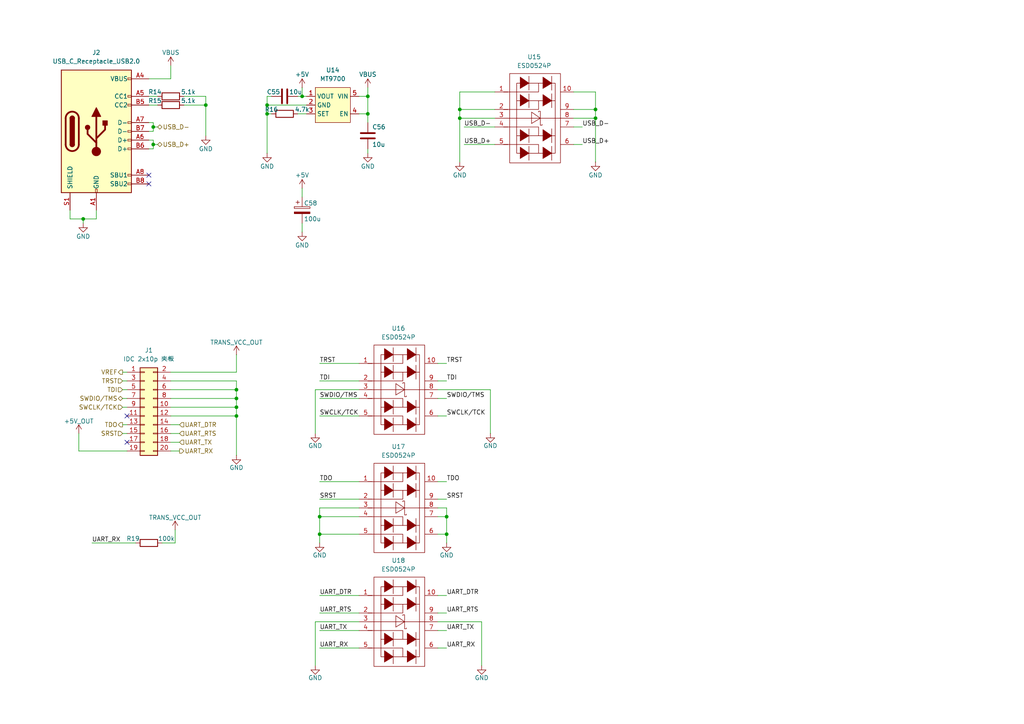
<source format=kicad_sch>
(kicad_sch (version 20250114) (generator "eeschema") (generator_version "9.0")
  (paper "A4")
  (lib_symbols
    (symbol "Connector:USB_C_Receptacle_USB2.0" (pin_names (offset 1.016))
      (property "Reference" "J" (at -10.16 19.05 0))
      (property "Value" "USB_C_Receptacle_USB2.0" (at 19.05 19.05 0))
      (symbol "USB_C_Receptacle_USB2.0_0_0"
        (rectangle (start -0.254 -17.78) (end 0.254 -16.764))
        (rectangle (start 10.16 15.494) (end 9.144 14.986))
        (rectangle (start 10.16 10.414) (end 9.144 9.906))
        (rectangle (start 10.16 7.874) (end 9.144 7.366))
        (rectangle (start 10.16 2.794) (end 9.144 2.286))
        (rectangle (start 10.16 0.254) (end 9.144 -0.254))
        (rectangle (start 10.16 -2.286) (end 9.144 -2.794))
        (rectangle (start 10.16 -4.826) (end 9.144 -5.334))
        (rectangle (start 10.16 -12.446) (end 9.144 -12.954))
        (rectangle (start 10.16 -14.986) (end 9.144 -15.494))
      )
      (symbol "USB_C_Receptacle_USB2.0_0_1"
        (rectangle (start -10.16 17.78) (end 10.16 -17.78) (stroke (width 0.254)) (fill (type background)))
        (polyline (pts (xy -8.89 -3.81) (xy -8.89 3.81)) (stroke (width 0.508)))
        (rectangle (start -7.62 -3.81) (end -6.35 3.81) (stroke (width 0.254)) (fill (type outline)))
        (arc (start -7.62 3.81) (mid -6.985 4.4423) (end -6.35 3.81) (stroke (width 0.254)))
        (arc (start -7.62 3.81) (mid -6.985 4.4423) (end -6.35 3.81) (stroke (width 0.254)) (fill (type outline)))
        (arc (start -8.89 3.81) (mid -6.985 5.7067) (end -5.08 3.81) (stroke (width 0.508)))
        (arc (start -5.08 -3.81) (mid -6.985 -5.7067) (end -8.89 -3.81) (stroke (width 0.508)))
        (arc (start -6.35 -3.81) (mid -6.985 -4.4423) (end -7.62 -3.81) (stroke (width 0.254)))
        (arc (start -6.35 -3.81) (mid -6.985 -4.4423) (end -7.62 -3.81) (stroke (width 0.254)) (fill (type outline)))
        (polyline (pts (xy -5.08 3.81) (xy -5.08 -3.81)) (stroke (width 0.508)))
        (circle (center -2.54 1.143) (radius 0.635) (stroke (width 0.254)) (fill (type outline)))
        (polyline (pts (xy -1.27 4.318) (xy 0 6.858) (xy 1.27 4.318) (xy -1.27 4.318)) (stroke (width 0.254)) (fill (type outline)))
        (polyline (pts (xy 0 -2.032) (xy 2.54 0.508) (xy 2.54 1.778)) (stroke (width 0.508)))
        (polyline (pts (xy 0 -3.302) (xy -2.54 -0.762) (xy -2.54 0.508)) (stroke (width 0.508)))
        (polyline (pts (xy 0 -5.842) (xy 0 4.318)) (stroke (width 0.508)))
        (circle (center 0 -5.842) (radius 1.27) (fill (type outline)))
        (rectangle (start 1.905 1.778) (end 3.175 3.048) (stroke (width 0.254)) (fill (type outline)))
      )
      (symbol "USB_C_Receptacle_USB2.0_1_1"
        (pin passive line (at -7.62 -22.86 90) (length 5.08) (name "SHIELD") (number "S1"))
        (pin passive line (at 0 -22.86 90) (length 5.08) (name "GND") (number "A1"))
        (pin passive line (at 0 -22.86 90) (length 5.08) (hide yes) (name "GND") (number "A12"))
        (pin passive line (at 0 -22.86 90) (length 5.08) (hide yes) (name "GND") (number "B1"))
        (pin passive line (at 0 -22.86 90) (length 5.08) (hide yes) (name "GND") (number "B12"))
        (pin passive line (at 15.24 15.24 180) (length 5.08) (name "VBUS") (number "A4"))
        (pin passive line (at 15.24 15.24 180) (length 5.08) (hide yes) (name "VBUS") (number "A9"))
        (pin passive line (at 15.24 15.24 180) (length 5.08) (hide yes) (name "VBUS") (number "B4"))
        (pin passive line (at 15.24 15.24 180) (length 5.08) (hide yes) (name "VBUS") (number "B9"))
        (pin bidirectional line (at 15.24 10.16 180) (length 5.08) (name "CC1") (number "A5"))
        (pin bidirectional line (at 15.24 7.62 180) (length 5.08) (name "CC2") (number "B5"))
        (pin bidirectional line (at 15.24 2.54 180) (length 5.08) (name "D-") (number "A7"))
        (pin bidirectional line (at 15.24 0 180) (length 5.08) (name "D-") (number "B7"))
        (pin bidirectional line (at 15.24 -2.54 180) (length 5.08) (name "D+") (number "A6"))
        (pin bidirectional line (at 15.24 -5.08 180) (length 5.08) (name "D+") (number "B6"))
        (pin bidirectional line (at 15.24 -12.7 180) (length 5.08) (name "SBU1") (number "A8"))
        (pin bidirectional line (at 15.24 -15.24 180) (length 5.08) (name "SBU2") (number "B8"))
      )
    )
    (symbol "Connector_Generic:Conn_02x10_Odd_Even" (pin_names (offset 1.016) (hide yes))
      (property "Reference" "J" (at 1.27 12.7 0))
      (property "Value" "Conn_02x10_Odd_Even" (at 1.27 -15.24 0))
      (symbol "Conn_02x10_Odd_Even_1_1"
        (rectangle (start -1.27 11.43) (end 3.81 -13.97) (stroke (width 0.254)) (fill (type background)))
        (rectangle (start -1.27 10.287) (end 0 10.033) (stroke (width 0.1524)))
        (rectangle (start -1.27 7.747) (end 0 7.493) (stroke (width 0.1524)))
        (rectangle (start -1.27 5.207) (end 0 4.953) (stroke (width 0.1524)))
        (rectangle (start -1.27 2.667) (end 0 2.413) (stroke (width 0.1524)))
        (rectangle (start -1.27 0.127) (end 0 -0.127) (stroke (width 0.1524)))
        (rectangle (start -1.27 -2.413) (end 0 -2.667) (stroke (width 0.1524)))
        (rectangle (start -1.27 -4.953) (end 0 -5.207) (stroke (width 0.1524)))
        (rectangle (start -1.27 -7.493) (end 0 -7.747) (stroke (width 0.1524)))
        (rectangle (start -1.27 -10.033) (end 0 -10.287) (stroke (width 0.1524)))
        (rectangle (start -1.27 -12.573) (end 0 -12.827) (stroke (width 0.1524)))
        (rectangle (start 3.81 10.287) (end 2.54 10.033) (stroke (width 0.1524)))
        (rectangle (start 3.81 7.747) (end 2.54 7.493) (stroke (width 0.1524)))
        (rectangle (start 3.81 5.207) (end 2.54 4.953) (stroke (width 0.1524)))
        (rectangle (start 3.81 2.667) (end 2.54 2.413) (stroke (width 0.1524)))
        (rectangle (start 3.81 0.127) (end 2.54 -0.127) (stroke (width 0.1524)))
        (rectangle (start 3.81 -2.413) (end 2.54 -2.667) (stroke (width 0.1524)))
        (rectangle (start 3.81 -4.953) (end 2.54 -5.207) (stroke (width 0.1524)))
        (rectangle (start 3.81 -7.493) (end 2.54 -7.747) (stroke (width 0.1524)))
        (rectangle (start 3.81 -10.033) (end 2.54 -10.287) (stroke (width 0.1524)))
        (rectangle (start 3.81 -12.573) (end 2.54 -12.827) (stroke (width 0.1524)))
        (pin passive line (at -5.08 10.16 0) (length 3.81) (name "Pin_1") (number "1"))
        (pin passive line (at -5.08 7.62 0) (length 3.81) (name "Pin_3") (number "3"))
        (pin passive line (at -5.08 5.08 0) (length 3.81) (name "Pin_5") (number "5"))
        (pin passive line (at -5.08 2.54 0) (length 3.81) (name "Pin_7") (number "7"))
        (pin passive line (at -5.08 0 0) (length 3.81) (name "Pin_9") (number "9"))
        (pin passive line (at -5.08 -2.54 0) (length 3.81) (name "Pin_11") (number "11"))
        (pin passive line (at -5.08 -5.08 0) (length 3.81) (name "Pin_13") (number "13"))
        (pin passive line (at -5.08 -7.62 0) (length 3.81) (name "Pin_15") (number "15"))
        (pin passive line (at -5.08 -10.16 0) (length 3.81) (name "Pin_17") (number "17"))
        (pin passive line (at -5.08 -12.7 0) (length 3.81) (name "Pin_19") (number "19"))
        (pin passive line (at 7.62 10.16 180) (length 3.81) (name "Pin_2") (number "2"))
        (pin passive line (at 7.62 7.62 180) (length 3.81) (name "Pin_4") (number "4"))
        (pin passive line (at 7.62 5.08 180) (length 3.81) (name "Pin_6") (number "6"))
        (pin passive line (at 7.62 2.54 180) (length 3.81) (name "Pin_8") (number "8"))
        (pin passive line (at 7.62 0 180) (length 3.81) (name "Pin_10") (number "10"))
        (pin passive line (at 7.62 -2.54 180) (length 3.81) (name "Pin_12") (number "12"))
        (pin passive line (at 7.62 -5.08 180) (length 3.81) (name "Pin_14") (number "14"))
        (pin passive line (at 7.62 -7.62 180) (length 3.81) (name "Pin_16") (number "16"))
        (pin passive line (at 7.62 -10.16 180) (length 3.81) (name "Pin_18") (number "18"))
        (pin passive line (at 7.62 -12.7 180) (length 3.81) (name "Pin_20") (number "20"))
      )
    )
    (symbol "Device:C" (pin_numbers (hide yes)) (pin_names (offset 0.254))
      (property "Reference" "C" (at 0.635 2.54 0))
      (property "Value" "C" (at 0.635 -2.54 0))
      (symbol "C_0_1"
        (polyline (pts (xy -2.032 0.762) (xy 2.032 0.762)) (stroke (width 0.508)))
        (polyline (pts (xy -2.032 -0.762) (xy 2.032 -0.762)) (stroke (width 0.508)))
      )
      (symbol "C_1_1"
        (pin passive line (at 0 3.81 270) (length 2.794) (name "~") (number "1"))
        (pin passive line (at 0 -3.81 90) (length 2.794) (name "~") (number "2"))
      )
    )
    (symbol "Device:C_Polarized" (pin_numbers (hide yes)) (pin_names (offset 0.254))
      (property "Reference" "C" (at 0.635 2.54 0))
      (property "Value" "C_Polarized" (at 0.635 -2.54 0))
      (symbol "C_Polarized_0_1"
        (rectangle (start -2.286 0.508) (end 2.286 1.016))
        (polyline (pts (xy -1.778 2.286) (xy -0.762 2.286)))
        (polyline (pts (xy -1.27 2.794) (xy -1.27 1.778)))
        (rectangle (start 2.286 -0.508) (end -2.286 -1.016) (fill (type outline)))
      )
      (symbol "C_Polarized_1_1"
        (pin passive line (at 0 3.81 270) (length 2.794) (name "~") (number "1"))
        (pin passive line (at 0 -3.81 90) (length 2.794) (name "~") (number "2"))
      )
    )
    (symbol "Device:R" (pin_numbers (hide yes)) (pin_names (offset 0))
      (property "Reference" "R" (at 2.032 0 90))
      (property "Value" "R" (at 0 0 90))
      (symbol "R_0_1"
        (rectangle (start -1.016 -2.54) (end 1.016 2.54) (stroke (width 0.254)))
      )
      (symbol "R_1_1"
        (pin passive line (at 0 3.81 270) (length 1.27) (name "~") (number "1"))
        (pin passive line (at 0 -3.81 90) (length 1.27) (name "~") (number "2"))
      )
    )
    (symbol "ESD-TVS:ESD0524P" (pin_names (offset 1.016) (hide yes))
      (property "Reference" "U" (at 0 15.494 0))
      (property "Value" "ESD0524P" (at 0 20.574 0))
      (symbol "ESD0524P_1_1"
        (polyline (pts (xy -10.16 0) (xy 7.62 0)) (stroke (width 0.1524)))
        (rectangle (start -8.382 12.954) (end 6.35 -12.954) (stroke (width 0.1524)))
        (polyline (pts (xy -6.35 5.08) (xy 4.826 5.08)) (stroke (width 0.1524)))
        (polyline (pts (xy -6.35 -5.08) (xy 4.826 -5.08)) (stroke (width 0.1524)))
        (polyline (pts (xy -5.334 10.16) (xy -6.35 10.16) (xy -6.35 -10.16) (xy -5.334 -10.16)) (stroke (width 0.1524)))
        (polyline (pts (xy -5.334 8.636) (xy -2.794 10.16) (xy -5.334 11.938) (xy -5.334 8.636)) (stroke (width 0.1524)) (fill (type outline)))
        (polyline (pts (xy -5.334 3.556) (xy -2.794 5.08) (xy -5.334 6.858) (xy -5.334 3.556)) (stroke (width 0.1524)) (fill (type outline)))
        (polyline (pts (xy -5.334 -6.604) (xy -2.794 -5.08) (xy -5.334 -3.302) (xy -5.334 -6.604)) (stroke (width 0.1524)) (fill (type outline)))
        (polyline (pts (xy -5.334 -11.684) (xy -2.794 -10.16) (xy -5.334 -8.382) (xy -5.334 -11.684)) (stroke (width 0.1524)) (fill (type outline)))
        (polyline (pts (xy -3.048 10.16) (xy 4.826 10.16) (xy 4.826 -10.16) (xy -2.794 -10.16)) (stroke (width 0.1524)))
        (polyline (pts (xy -2.794 12.192) (xy -2.794 8.128)) (stroke (width 0.1524)))
        (polyline (pts (xy -2.794 7.112) (xy -2.794 3.048)) (stroke (width 0.1524)))
        (polyline (pts (xy -2.794 -3.048) (xy -2.794 -7.112)) (stroke (width 0.1524)))
        (polyline (pts (xy -2.794 -8.128) (xy -2.794 -12.192)) (stroke (width 0.1524)))
        (polyline (pts (xy -2.032 -1.524) (xy 0.508 0) (xy -2.032 1.778) (xy -2.032 -1.524)) (stroke (width 0.1524)))
        (polyline (pts (xy 0 10.16) (xy 0 7.62) (xy -10.16 7.62)) (stroke (width 0.1524)))
        (polyline (pts (xy 0 5.08) (xy 0 2.54) (xy -10.16 2.54)) (stroke (width 0.1524)))
        (polyline (pts (xy 0 -5.08) (xy 0 -2.54) (xy -10.16 -2.54)) (stroke (width 0.1524)))
        (polyline (pts (xy 0 -10.16) (xy 0 -7.62) (xy -10.16 -7.62)) (stroke (width 0.1524)))
        (polyline (pts (xy 1.016 -1.778) (xy 1.016 -2.032) (xy 0.508 -2.032) (xy 0.508 2.032) (xy 0 2.032) (xy 0 1.778)) (stroke (width 0.1524)))
        (polyline (pts (xy 1.27 8.636) (xy 3.81 10.16) (xy 1.27 11.938) (xy 1.27 8.636)) (stroke (width 0.1524)) (fill (type outline)))
        (polyline (pts (xy 1.27 3.556) (xy 3.81 5.08) (xy 1.27 6.858) (xy 1.27 3.556)) (stroke (width 0.1524)) (fill (type outline)))
        (polyline (pts (xy 1.27 -6.604) (xy 3.81 -5.08) (xy 1.27 -3.302) (xy 1.27 -6.604)) (stroke (width 0.1524)) (fill (type outline)))
        (polyline (pts (xy 1.27 -11.684) (xy 3.81 -10.16) (xy 1.27 -8.382) (xy 1.27 -11.684)) (stroke (width 0.1524)) (fill (type outline)))
        (polyline (pts (xy 3.81 12.192) (xy 3.81 8.128)) (stroke (width 0.1524)))
        (polyline (pts (xy 3.81 7.112) (xy 3.81 3.048)) (stroke (width 0.1524)))
        (polyline (pts (xy 3.81 -3.048) (xy 3.81 -7.112)) (stroke (width 0.1524)))
        (polyline (pts (xy 3.81 -8.128) (xy 3.81 -12.192)) (stroke (width 0.1524)))
        (pin passive line (at -12.7 7.62 0) (length 3.81) (name "1") (number "1"))
        (pin passive line (at -12.7 2.54 0) (length 3.81) (name "2") (number "2"))
        (pin passive line (at -12.7 0 0) (length 3.81) (name "3") (number "3"))
        (pin passive line (at -12.7 -2.54 0) (length 3.81) (name "4") (number "4"))
        (pin passive line (at -12.7 -7.62 0) (length 3.81) (name "5") (number "5"))
        (pin passive line (at 10.16 7.62 180) (length 3.81) (name "10") (number "10"))
        (pin passive line (at 10.16 2.54 180) (length 3.81) (name "9") (number "9"))
        (pin passive line (at 10.16 0 180) (length 3.81) (name "8") (number "8"))
        (pin passive line (at 10.16 -2.54 180) (length 3.81) (name "7") (number "7"))
        (pin passive line (at 10.16 -7.62 180) (length 3.81) (name "6") (number "6"))
      )
    )
    (symbol "Load Switch:MT9700"
      (property "Reference" "U" (at 2.54 8.89 0))
      (property "Value" "MT9700" (at 0 0 0))
      (symbol "MT9700_1_1"
        (rectangle (start -1.27 5.08) (end 8.89 -5.08) (fill (type background)))
        (pin bidirectional line (at -3.81 2.54 0) (length 2.54) (name "VOUT") (number "1"))
        (pin power_in line (at -3.81 0 0) (length 2.54) (name "GND") (number "2"))
        (pin bidirectional line (at -3.81 -2.54 0) (length 2.54) (name "SET") (number "3"))
        (pin power_in line (at 11.43 2.54 180) (length 2.54) (name "VIN") (number "5"))
        (pin bidirectional line (at 11.43 -2.54 180) (length 2.54) (name "EN") (number "4"))
      )
    )
    (symbol "power:+5V" (power) (pin_numbers (hide yes)) (pin_names (offset 0) (hide yes))
      (property "Value" "+5V" (at 0 3.556 0))
      (symbol "+5V_0_1"
        (polyline (pts (xy -0.762 1.27) (xy 0 2.54)))
        (polyline (pts (xy 0 2.54) (xy 0.762 1.27)))
        (polyline (pts (xy 0 0) (xy 0 2.54)))
      )
      (symbol "+5V_1_1"
        (pin power_in line (at 0 0 90) (length 0) (name "~") (number "1"))
      )
    )
    (symbol "power:+5VA" (power) (pin_numbers (hide yes)) (pin_names (offset 0) (hide yes))
      (property "Value" "+5VA" (at 0 3.556 0))
      (symbol "+5VA_0_1"
        (polyline (pts (xy -0.762 1.27) (xy 0 2.54)))
        (polyline (pts (xy 0 2.54) (xy 0.762 1.27)))
        (polyline (pts (xy 0 0) (xy 0 2.54)))
      )
      (symbol "+5VA_1_1"
        (pin power_in line (at 0 0 90) (length 0) (name "~") (number "1"))
      )
    )
    (symbol "power:GND" (power) (pin_numbers (hide yes)) (pin_names (offset 0) (hide yes))
      (property "Value" "GND" (at 0 -3.81 0))
      (symbol "GND_0_1"
        (polyline (pts (xy 0 0) (xy 0 -1.27) (xy 1.27 -1.27) (xy 0 -2.54) (xy -1.27 -1.27) (xy 0 -1.27)))
      )
      (symbol "GND_1_1"
        (pin power_in line (at 0 0 270) (length 0) (name "~") (number "1"))
      )
    )
    (symbol "power:VBUS" (power) (pin_names (offset 0))
      (property "Value" "VBUS" (at 0 3.81 0))
      (symbol "VBUS_0_1"
        (polyline (pts (xy -0.762 1.27) (xy 0 2.54)))
        (polyline (pts (xy 0 2.54) (xy 0.762 1.27)))
        (polyline (pts (xy 0 0) (xy 0 2.54)))
      )
      (symbol "VBUS_1_1"
        (pin power_in line (at 0 0 90) (length 0) (hide yes) (name "VBUS") (number "1"))
      )
    )
    (symbol "power:VCC" (power) (pin_numbers (hide yes)) (pin_names (offset 0) (hide yes))
      (property "Value" "VCC" (at 0 3.556 0))
      (symbol "VCC_0_1"
        (polyline (pts (xy -0.762 1.27) (xy 0 2.54)))
        (polyline (pts (xy 0 2.54) (xy 0.762 1.27)))
        (polyline (pts (xy 0 0) (xy 0 2.54)))
      )
      (symbol "VCC_1_1"
        (pin power_in line (at 0 0 90) (length 0) (name "~") (number "1"))
      )
    )
  )
  (junction (at 68.58 118.11))
  (junction (at 77.47 30.48))
  (junction (at 129.54 154.94))
  (junction (at 92.71 154.94))
  (junction (at 129.54 149.86))
  (junction (at 24.13 63.5))
  (junction (at 77.47 33.02))
  (junction (at 92.71 149.86))
  (junction (at 106.68 33.02))
  (junction (at 59.69 30.48))
  (junction (at 68.58 113.03))
  (junction (at 68.58 115.57))
  (junction (at 172.72 31.75))
  (junction (at 106.68 27.94))
  (junction (at 133.35 31.75))
  (junction (at 44.45 36.83))
  (junction (at 172.72 34.29))
  (junction (at 44.45 41.91))
  (junction (at 87.63 27.94))
  (junction (at 68.58 120.65))
  (junction (at 133.35 34.29))
  (no_connect (at 43.18 53.34))
  (no_connect (at 43.18 50.8))
  (no_connect (at 36.83 128.27))
  (no_connect (at 36.83 120.65))
  (wire (pts (xy 92.71 110.49) (xy 104.14 110.49)))
  (wire (pts (xy 88.9 27.94) (xy 87.63 27.94)))
  (wire (pts (xy 104.14 180.34) (xy 91.44 180.34)))
  (wire (pts (xy 35.56 125.73) (xy 36.83 125.73)))
  (wire (pts (xy 20.32 63.5) (xy 24.13 63.5)))
  (wire (pts (xy 106.68 43.18) (xy 106.68 44.45)))
  (wire (pts (xy 92.71 182.88) (xy 104.14 182.88)))
  (wire (pts (xy 133.35 26.67) (xy 143.51 26.67)))
  (wire (pts (xy 49.53 115.57) (xy 68.58 115.57)))
  (wire (pts (xy 49.53 19.05) (xy 49.53 22.86)))
  (wire (pts (xy 106.68 33.02) (xy 106.68 27.94)))
  (wire (pts (xy 49.53 113.03) (xy 68.58 113.03)))
  (wire (pts (xy 92.71 154.94) (xy 92.71 157.48)))
  (wire (pts (xy 92.71 187.96) (xy 104.14 187.96)))
  (wire (pts (xy 133.35 31.75) (xy 143.51 31.75)))
  (wire (pts (xy 129.54 182.88) (xy 127 182.88)))
  (wire (pts (xy 172.72 31.75) (xy 172.72 34.29)))
  (wire (pts (xy 134.62 41.91) (xy 143.51 41.91)))
  (wire (pts (xy 77.47 27.94) (xy 77.47 30.48)))
  (wire (pts (xy 91.44 113.03) (xy 91.44 125.73)))
  (wire (pts (xy 44.45 43.18) (xy 43.18 43.18)))
  (wire (pts (xy 142.24 113.03) (xy 142.24 125.73)))
  (wire (pts (xy 53.34 30.48) (xy 59.69 30.48)))
  (wire (pts (xy 129.54 105.41) (xy 127 105.41)))
  (wire (pts (xy 68.58 113.03) (xy 68.58 115.57)))
  (wire (pts (xy 49.53 123.19) (xy 52.07 123.19)))
  (wire (pts (xy 86.36 33.02) (xy 88.9 33.02)))
  (wire (pts (xy 77.47 33.02) (xy 77.47 44.45)))
  (wire (pts (xy 92.71 149.86) (xy 92.71 154.94)))
  (wire (pts (xy 35.56 110.49) (xy 36.83 110.49)))
  (wire (pts (xy 87.63 64.77) (xy 87.63 67.31)))
  (wire (pts (xy 92.71 120.65) (xy 104.14 120.65)))
  (wire (pts (xy 68.58 102.87) (xy 68.58 107.95)))
  (wire (pts (xy 59.69 27.94) (xy 59.69 30.48)))
  (wire (pts (xy 91.44 180.34) (xy 91.44 193.04)))
  (wire (pts (xy 129.54 154.94) (xy 129.54 157.48)))
  (wire (pts (xy 166.37 34.29) (xy 172.72 34.29)))
  (wire (pts (xy 172.72 26.67) (xy 172.72 31.75)))
  (wire (pts (xy 127 113.03) (xy 142.24 113.03)))
  (wire (pts (xy 104.14 147.32) (xy 92.71 147.32)))
  (wire (pts (xy 127 147.32) (xy 129.54 147.32)))
  (wire (pts (xy 44.45 41.91) (xy 45.72 41.91)))
  (wire (pts (xy 104.14 154.94) (xy 92.71 154.94)))
  (wire (pts (xy 166.37 31.75) (xy 172.72 31.75)))
  (wire (pts (xy 92.71 172.72) (xy 104.14 172.72)))
  (wire (pts (xy 106.68 25.4) (xy 106.68 27.94)))
  (wire (pts (xy 129.54 110.49) (xy 127 110.49)))
  (wire (pts (xy 49.53 118.11) (xy 68.58 118.11)))
  (wire (pts (xy 127 149.86) (xy 129.54 149.86)))
  (wire (pts (xy 92.71 144.78) (xy 104.14 144.78)))
  (wire (pts (xy 104.14 33.02) (xy 106.68 33.02)))
  (wire (pts (xy 49.53 125.73) (xy 52.07 125.73)))
  (wire (pts (xy 166.37 26.67) (xy 172.72 26.67)))
  (wire (pts (xy 129.54 115.57) (xy 127 115.57)))
  (wire (pts (xy 49.53 120.65) (xy 68.58 120.65)))
  (wire (pts (xy 44.45 36.83) (xy 45.72 36.83)))
  (wire (pts (xy 53.34 27.94) (xy 59.69 27.94)))
  (wire (pts (xy 35.56 123.19) (xy 36.83 123.19)))
  (wire (pts (xy 43.18 27.94) (xy 45.72 27.94)))
  (wire (pts (xy 92.71 105.41) (xy 104.14 105.41)))
  (wire (pts (xy 68.58 107.95) (xy 49.53 107.95)))
  (wire (pts (xy 133.35 26.67) (xy 133.35 31.75)))
  (wire (pts (xy 22.86 125.73) (xy 22.86 130.81)))
  (wire (pts (xy 35.56 113.03) (xy 36.83 113.03)))
  (wire (pts (xy 129.54 144.78) (xy 127 144.78)))
  (wire (pts (xy 129.54 120.65) (xy 127 120.65)))
  (wire (pts (xy 24.13 63.5) (xy 27.94 63.5)))
  (wire (pts (xy 172.72 34.29) (xy 172.72 46.99)))
  (wire (pts (xy 78.74 27.94) (xy 77.47 27.94)))
  (wire (pts (xy 92.71 139.7) (xy 104.14 139.7)))
  (wire (pts (xy 35.56 107.95) (xy 36.83 107.95)))
  (wire (pts (xy 68.58 120.65) (xy 68.58 132.08)))
  (wire (pts (xy 133.35 31.75) (xy 133.35 34.29)))
  (wire (pts (xy 49.53 128.27) (xy 52.07 128.27)))
  (wire (pts (xy 133.35 34.29) (xy 133.35 46.99)))
  (wire (pts (xy 68.58 118.11) (xy 68.58 120.65)))
  (wire (pts (xy 127 180.34) (xy 139.7 180.34)))
  (wire (pts (xy 27.94 63.5) (xy 27.94 60.96)))
  (wire (pts (xy 35.56 115.57) (xy 36.83 115.57)))
  (wire (pts (xy 166.37 36.83) (xy 168.91 36.83)))
  (wire (pts (xy 127 154.94) (xy 129.54 154.94)))
  (wire (pts (xy 129.54 177.8) (xy 127 177.8)))
  (wire (pts (xy 26.67 157.48) (xy 39.37 157.48)))
  (wire (pts (xy 104.14 113.03) (xy 91.44 113.03)))
  (wire (pts (xy 87.63 54.61) (xy 87.63 57.15)))
  (wire (pts (xy 106.68 33.02) (xy 106.68 35.56)))
  (wire (pts (xy 49.53 130.81) (xy 52.07 130.81)))
  (wire (pts (xy 139.7 180.34) (xy 139.7 193.04)))
  (wire (pts (xy 35.56 118.11) (xy 36.83 118.11)))
  (wire (pts (xy 129.54 147.32) (xy 129.54 149.86)))
  (wire (pts (xy 50.8 153.67) (xy 50.8 157.48)))
  (wire (pts (xy 92.71 147.32) (xy 92.71 149.86)))
  (wire (pts (xy 106.68 27.94) (xy 104.14 27.94)))
  (wire (pts (xy 77.47 33.02) (xy 78.74 33.02)))
  (wire (pts (xy 129.54 187.96) (xy 127 187.96)))
  (wire (pts (xy 20.32 60.96) (xy 20.32 63.5)))
  (wire (pts (xy 24.13 63.5) (xy 24.13 64.77)))
  (wire (pts (xy 129.54 172.72) (xy 127 172.72)))
  (wire (pts (xy 46.99 157.48) (xy 50.8 157.48)))
  (wire (pts (xy 68.58 115.57) (xy 68.58 118.11)))
  (wire (pts (xy 133.35 34.29) (xy 143.51 34.29)))
  (wire (pts (xy 68.58 110.49) (xy 68.58 113.03)))
  (wire (pts (xy 43.18 35.56) (xy 44.45 35.56)))
  (wire (pts (xy 44.45 38.1) (xy 43.18 38.1)))
  (wire (pts (xy 44.45 35.56) (xy 44.45 36.83)))
  (wire (pts (xy 22.86 130.81) (xy 36.83 130.81)))
  (wire (pts (xy 44.45 36.83) (xy 44.45 38.1)))
  (wire (pts (xy 88.9 30.48) (xy 77.47 30.48)))
  (wire (pts (xy 59.69 30.48) (xy 59.69 39.37)))
  (wire (pts (xy 87.63 25.4) (xy 87.63 27.94)))
  (wire (pts (xy 49.53 110.49) (xy 68.58 110.49)))
  (wire (pts (xy 134.62 36.83) (xy 143.51 36.83)))
  (wire (pts (xy 43.18 30.48) (xy 45.72 30.48)))
  (wire (pts (xy 87.63 27.94) (xy 86.36 27.94)))
  (wire (pts (xy 92.71 177.8) (xy 104.14 177.8)))
  (wire (pts (xy 92.71 115.57) (xy 104.14 115.57)))
  (wire (pts (xy 77.47 30.48) (xy 77.47 33.02)))
  (wire (pts (xy 129.54 149.86) (xy 129.54 154.94)))
  (wire (pts (xy 129.54 139.7) (xy 127 139.7)))
  (wire (pts (xy 166.37 41.91) (xy 168.91 41.91)))
  (wire (pts (xy 43.18 40.64) (xy 44.45 40.64)))
  (wire (pts (xy 44.45 41.91) (xy 44.45 43.18)))
  (wire (pts (xy 44.45 40.64) (xy 44.45 41.91)))
  (wire (pts (xy 92.71 149.86) (xy 104.14 149.86)))
  (wire (pts (xy 43.18 22.86) (xy 49.53 22.86)))
  (label "UART_RTS" (at 92.71 177.8 0))
  (label "UART_RTS" (at 129.54 177.8 0))
  (label "USB_D-" (at 134.62 36.83 0))
  (label "SWCLK{slash}TCK" (at 92.71 120.65 0))
  (label "UART_RX" (at 26.67 157.48 0))
  (label "TRST" (at 92.71 105.41 0))
  (label "UART_TX" (at 129.54 182.88 0))
  (label "UART_RX" (at 92.71 187.96 0))
  (label "UART_TX" (at 92.71 182.88 0))
  (label "UART_DTR" (at 92.71 172.72 0))
  (label "UART_RX" (at 129.54 187.96 0))
  (label "UART_DTR" (at 129.54 172.72 0))
  (label "TDO" (at 129.54 139.7 0))
  (label "USB_D+" (at 134.62 41.91 0))
  (label "SWCLK{slash}TCK" (at 129.54 120.65 0))
  (label "TDI" (at 92.71 110.49 0))
  (label "" (at 35.56 113.03 0))
  (label "TDO" (at 92.71 139.7 0))
  (label "SWDIO{slash}TMS" (at 92.71 115.57 0))
  (label "USB_D+" (at 168.91 41.91 0))
  (label "TDI" (at 129.54 110.49 0))
  (label "SWDIO{slash}TMS" (at 129.54 115.57 0))
  (label "SRST" (at 129.54 144.78 0))
  (label "TRST" (at 129.54 105.41 0))
  (label "USB_D-" (at 168.91 36.83 0))
  (label "SRST" (at 92.71 144.78 0))
  (hierarchical_label "UART_RTS" (shape input) (at 52.07 125.73 0))
  (hierarchical_label "SWDIO/TMS" (shape bidirectional) (at 35.56 115.57 180))
  (hierarchical_label "USB_D-" (shape bidirectional) (at 45.72 36.83 0))
  (hierarchical_label "VREF" (shape output) (at 35.56 107.95 180))
  (hierarchical_label "TDO" (shape output) (at 35.56 123.19 180))
  (hierarchical_label "SRST" (shape input) (at 35.56 125.73 180))
  (hierarchical_label "UART_RX" (shape output) (at 52.07 130.81 0))
  (hierarchical_label "UART_TX" (shape input) (at 52.07 128.27 0))
  (hierarchical_label "UART_DTR" (shape input) (at 52.07 123.19 0))
  (hierarchical_label "TDI" (shape input) (at 35.56 113.03 180))
  (hierarchical_label "SWCLK/TCK" (shape input) (at 35.56 118.11 180))
  (hierarchical_label "USB_D+" (shape bidirectional) (at 45.72 41.91 0))
  (hierarchical_label "TRST" (shape input) (at 35.56 110.49 180))
  (symbol (lib_id "power:GND") (at 91.44 193.04 0) (unit 1)
    (property "Reference" "#PWR0116" (effects (hide yes)))
    (property "Value" "GND" (at 91.44 196.596 0))
    (property "Description" "Power symbol creates a global label with name \"GND\" , ground" (effects (hide yes)))
  )
  (symbol (lib_id "power:GND") (at 129.54 157.48 0) (unit 1)
    (property "Reference" "#PWR0115" (effects (hide yes)))
    (property "Value" "GND" (at 129.54 161.036 0))
    (property "Description" "Power symbol creates a global label with name \"GND\" , ground" (effects (hide yes)))
  )
  (symbol (lib_id "power:+5V") (at 87.63 54.61 0) (unit 1)
    (property "Reference" "#PWR085" (effects (hide yes)))
    (property "Value" "+5V" (at 87.63 50.8 0))
    (property "Description" "Power symbol creates a global label with name \"+5V\"" (effects (hide yes)))
  )
  (symbol (lib_id "power:VBUS") (at 49.53 19.05 0) (unit 1)
    (property "Reference" "#PWR098" (effects (hide yes)))
    (property "Value" "VBUS" (at 49.53 15.24 0))
    (property "Description" "Power symbol creates a global label with name \"VBUS\"" (effects (hide yes)))
  )
  (symbol (lib_id "Device:R") (at 49.53 30.48 90) (unit 1)
    (property "Reference" "R15" (at 44.958 29.21 90))
    (property "Value" "5.1k" (at 54.61 29.21 90))
    (property "Footprint" "Resistor_SMD:R_0402_1005Metric" (effects (hide yes)))
    (property "Description" "Resistor" (effects (hide yes)))
  )
  (symbol (lib_id "Device:C") (at 106.68 39.37 0) (unit 1)
    (property "Reference" "C56" (at 107.95 36.83 0) (effects (justify left)))
    (property "Value" "10u" (at 107.95 41.91 0) (effects (justify left)))
    (property "Footprint" "Capacitor_SMD:C_0603_1608Metric" (effects (hide yes)))
  )
  (symbol (lib_id "power:GND") (at 142.24 125.73 0) (unit 1)
    (property "Reference" "#PWR0113" (effects (hide yes)))
    (property "Value" "GND" (at 142.24 129.286 0))
    (property "Description" "Power symbol creates a global label with name \"GND\" , ground" (effects (hide yes)))
  )
  (symbol (lib_id "power:+5VA") (at 22.86 125.73 0) (unit 1)
    (property "Reference" "#PWR088" (effects (hide yes)))
    (property "Value" "+5V_OUT" (at 22.86 122.174 0))
    (property "Description" "Power symbol creates a global label with name \"+5VA\"" (effects (hide yes)))
  )
  (symbol (lib_id "power:GND") (at 139.7 193.04 0) (unit 1)
    (property "Reference" "#PWR0117" (effects (hide yes)))
    (property "Value" "GND" (at 139.7 196.596 0))
    (property "Description" "Power symbol creates a global label with name \"GND\" , ground" (effects (hide yes)))
  )
  (symbol (lib_id "power:GND") (at 59.69 39.37 0) (unit 1)
    (property "Reference" "#PWR0101" (effects (hide yes)))
    (property "Value" "GND" (at 59.69 43.18 0))
    (property "Description" "Power symbol creates a global label with name \"GND\" , ground" (effects (hide yes)))
  )
  (symbol (lib_id "power:GND") (at 133.35 46.99 0) (unit 1)
    (property "Reference" "#PWR0104" (effects (hide yes)))
    (property "Value" "GND" (at 133.35 50.8 0))
    (property "Description" "Power symbol creates a global label with name \"GND\" , ground" (effects (hide yes)))
  )
  (symbol (lib_id "Device:C") (at 82.55 27.94 90) (unit 1)
    (property "Reference" "C55" (at 81.28 26.67 90) (effects (justify left)))
    (property "Value" "10u" (at 87.63 26.67 90) (effects (justify left)))
    (property "Footprint" "Capacitor_SMD:C_0603_1608Metric" (effects (hide yes)))
  )
  (symbol (lib_id "ESD-TVS:ESD0524P") (at 116.84 113.03 0) (unit 1)
    (property "Reference" "U16" (at 115.57 95.25 0))
    (property "Value" "ESD0524P" (at 115.57 97.79 0))
    (property "Footprint" "ESD-TVS:DFN-10_L2.5-W1.0-P0.50-BL-A" (effects (hide yes)))
    (property "SuppliersPartNumber" "C2901307" (effects (hide yes)))
  )
  (symbol (lib_id "power:GND") (at 24.13 64.77 0) (unit 1)
    (property "Reference" "#PWR0106" (effects (hide yes)))
    (property "Value" "GND" (at 24.13 68.58 0))
    (property "Description" "Power symbol creates a global label with name \"GND\" , ground" (effects (hide yes)))
  )
  (symbol (lib_id "Device:R") (at 49.53 27.94 90) (unit 1)
    (property "Reference" "R14" (at 44.958 26.67 90))
    (property "Value" "5.1k" (at 54.61 26.67 90))
    (property "Footprint" "Resistor_SMD:R_0402_1005Metric" (effects (hide yes)))
    (property "Description" "Resistor" (effects (hide yes)))
  )
  (symbol (lib_id "Device:C_Polarized") (at 87.63 60.96 0) (unit 1)
    (property "Reference" "C58" (at 88.138 58.928 0) (effects (justify left)))
    (property "Value" "100u" (at 88.138 63.5 0) (effects (justify left)))
    (property "Footprint" "Capacitor_Tantalum_SMD:CP_EIA-3528-21_Kemet-B" (effects (hide yes)))
    (property "Description" "Polarized capacitor" (effects (hide yes)))
  )
  (symbol (lib_id "ESD-TVS:ESD0524P") (at 116.84 180.34 0) (unit 1)
    (property "Reference" "U18" (at 115.57 162.56 0))
    (property "Value" "ESD0524P" (at 115.57 165.1 0))
    (property "Footprint" "ESD-TVS:DFN-10_L2.5-W1.0-P0.50-BL-A" (effects (hide yes)))
    (property "SuppliersPartNumber" "C2901307" (effects (hide yes)))
  )
  (symbol (lib_id "power:GND") (at 106.68 44.45 0) (unit 1)
    (property "Reference" "#PWR0103" (effects (hide yes)))
    (property "Value" "GND" (at 106.68 48.26 0))
    (property "Description" "Power symbol creates a global label with name \"GND\" , ground" (effects (hide yes)))
  )
  (symbol (lib_id "power:GND") (at 91.44 125.73 0) (unit 1)
    (property "Reference" "#PWR0112" (effects (hide yes)))
    (property "Value" "GND" (at 91.44 129.286 0))
    (property "Description" "Power symbol creates a global label with name \"GND\" , ground" (effects (hide yes)))
  )
  (symbol (lib_id "power:+5V") (at 87.63 25.4 0) (unit 1)
    (property "Reference" "#PWR099" (effects (hide yes)))
    (property "Value" "+5V" (at 87.63 21.59 0))
    (property "Description" "Power symbol creates a global label with name \"+5V\"" (effects (hide yes)))
  )
  (symbol (lib_id "power:VBUS") (at 106.68 25.4 0) (unit 1)
    (property "Reference" "#PWR0100" (effects (hide yes)))
    (property "Value" "VBUS" (at 106.68 21.59 0))
    (property "Description" "Power symbol creates a global label with name \"VBUS\"" (effects (hide yes)))
  )
  (symbol (lib_id "power:GND") (at 68.58 132.08 0) (unit 1)
    (property "Reference" "#PWR084" (effects (hide yes)))
    (property "Value" "GND" (at 68.58 135.636 0))
    (property "Description" "Power symbol creates a global label with name \"GND\" , ground" (effects (hide yes)))
  )
  (symbol (lib_id "Connector:USB_C_Receptacle_USB2.0") (at 27.94 38.1 0) (unit 1)
    (property "Reference" "J2" (at 27.94 15.24 0))
    (property "Value" "USB_C_Receptacle_USB2.0" (at 27.94 17.78 0))
    (property "Footprint" "My USB Connector:USB-C-SMD_CX90M-16P" (effects (hide yes)))
    (property "Datasheet" "https://www.usb.org/sites/default/files/documents/usb_type-c.zip" (effects (hide yes)))
    (property "Description" "USB 2.0-only Type-C Receptacle connector" (effects (hide yes)))
  )
  (symbol (lib_id "Device:R") (at 82.55 33.02 90) (unit 1)
    (property "Reference" "R16" (at 78.74 31.75 90))
    (property "Value" "4.7k" (at 87.63 31.75 90))
    (property "Footprint" "Resistor_SMD:R_0402_1005Metric" (effects (hide yes)))
    (property "Description" "Resistor" (effects (hide yes)))
  )
  (symbol (lib_id "power:GND") (at 172.72 46.99 0) (unit 1)
    (property "Reference" "#PWR0105" (effects (hide yes)))
    (property "Value" "GND" (at 172.72 50.8 0))
    (property "Description" "Power symbol creates a global label with name \"GND\" , ground" (effects (hide yes)))
  )
  (symbol (lib_id "Connector_Generic:Conn_02x10_Odd_Even") (at 41.91 118.11 0) (unit 1)
    (property "Reference" "J1" (at 43.18 101.6 0))
    (property "Value" "IDC 2x10p 夹板" (at 43.18 104.14 0))
    (property "Footprint" "connector:Conn_02x10_IDC_SMD" (effects (hide yes)))
    (property "Description" "Generic connector, double row, 02x10, odd/even pin numbering scheme (row 1 odd numbers, row 2 even numbers), script generated (kicad-library-utils/schlib/autogen/connector/)" (effects (hide yes)))
  )
  (symbol (lib_id "Device:R") (at 43.18 157.48 90) (unit 1)
    (property "Reference" "R19" (at 38.608 156.21 90))
    (property "Value" "100k" (at 48.26 156.21 90))
    (property "Footprint" "Resistor_SMD:R_0402_1005Metric" (effects (hide yes)))
    (property "Description" "Resistor" (effects (hide yes)))
  )
  (symbol (lib_id "power:VCC") (at 50.8 153.67 0) (unit 1)
    (property "Reference" "#PWR0141" (effects (hide yes)))
    (property "Value" "TRANS_VCC_OUT" (at 50.8 150.114 0))
    (property "Description" "Power symbol creates a global label with name \"VCC\"" (effects (hide yes)))
  )
  (symbol (lib_id "power:GND") (at 77.47 44.45 0) (unit 1)
    (property "Reference" "#PWR0102" (effects (hide yes)))
    (property "Value" "GND" (at 77.47 48.26 0))
    (property "Description" "Power symbol creates a global label with name \"GND\" , ground" (effects (hide yes)))
  )
  (symbol (lib_id "ESD-TVS:ESD0524P") (at 116.84 147.32 0) (unit 1)
    (property "Reference" "U17" (at 115.57 129.54 0))
    (property "Value" "ESD0524P" (at 115.57 132.08 0))
    (property "Footprint" "ESD-TVS:DFN-10_L2.5-W1.0-P0.50-BL-A" (effects (hide yes)))
    (property "SuppliersPartNumber" "C2901307" (effects (hide yes)))
  )
  (symbol (lib_id "Load Switch:MT9700") (at 92.71 30.48 0) (unit 1)
    (property "Reference" "U14" (at 96.52 20.32 0))
    (property "Value" "MT9700" (at 96.52 22.86 0))
    (property "Footprint" "Package_TO_SOT_SMD:SOT-23-5" (effects (hide yes)))
  )
  (symbol (lib_id "power:GND") (at 92.71 157.48 0) (unit 1)
    (property "Reference" "#PWR0114" (effects (hide yes)))
    (property "Value" "GND" (at 92.71 161.036 0))
    (property "Description" "Power symbol creates a global label with name \"GND\" , ground" (effects (hide yes)))
  )
  (symbol (lib_id "power:VCC") (at 68.58 102.87 0) (unit 1)
    (property "Reference" "#PWR0124" (effects (hide yes)))
    (property "Value" "TRANS_VCC_OUT" (at 68.58 99.314 0))
    (property "Description" "Power symbol creates a global label with name \"VCC\"" (effects (hide yes)))
  )
  (symbol (lib_id "ESD-TVS:ESD0524P") (at 156.21 34.29 0) (unit 1)
    (property "Reference" "U15" (at 154.94 16.51 0))
    (property "Value" "ESD0524P" (at 154.94 19.05 0))
    (property "Footprint" "ESD-TVS:DFN-10_L2.5-W1.0-P0.50-BL-A" (effects (hide yes)))
    (property "SuppliersPartNumber" "C2901307" (effects (hide yes)))
  )
  (symbol (lib_id "power:GND") (at 87.63 67.31 0) (unit 1)
    (property "Reference" "#PWR0125" (effects (hide yes)))
    (property "Value" "GND" (at 87.63 71.12 0))
    (property "Description" "Power symbol creates a global label with name \"GND\" , ground" (effects (hide yes)))
  )
)
</source>
